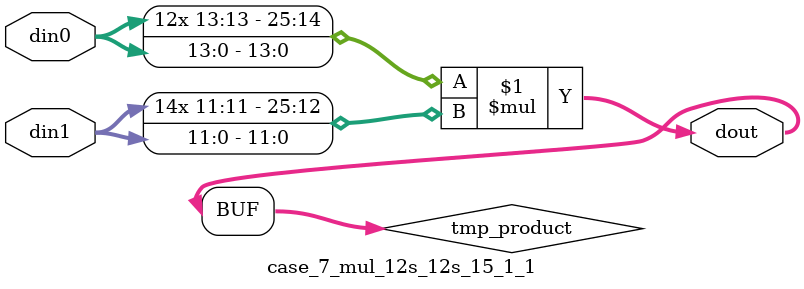
<source format=v>

`timescale 1 ns / 1 ps

 module case_7_mul_12s_12s_15_1_1(din0, din1, dout);
parameter ID = 1;
parameter NUM_STAGE = 0;
parameter din0_WIDTH = 14;
parameter din1_WIDTH = 12;
parameter dout_WIDTH = 26;

input [din0_WIDTH - 1 : 0] din0; 
input [din1_WIDTH - 1 : 0] din1; 
output [dout_WIDTH - 1 : 0] dout;

wire signed [dout_WIDTH - 1 : 0] tmp_product;



























assign tmp_product = $signed(din0) * $signed(din1);








assign dout = tmp_product;





















endmodule

</source>
